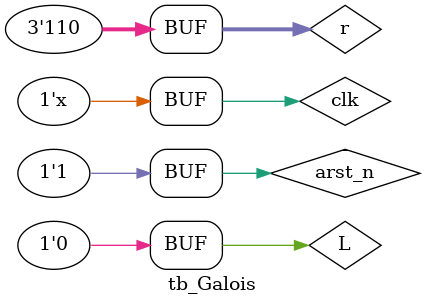
<source format=v>
`timescale 1ns / 1ps


module tb_Galois();

reg clk, arst_n, L;
reg [2:0] r;
wire [2:0] LFSR;

initial begin
clk = 0; arst_n = 0; L = 0;
r = 3'b110;
#5 arst_n = 1;
#35 L = 1;
#10 L = 0;
end

always #5 clk <= ~clk;

Galois galois(clk, arst_n, r, L, LFSR);

endmodule

</source>
